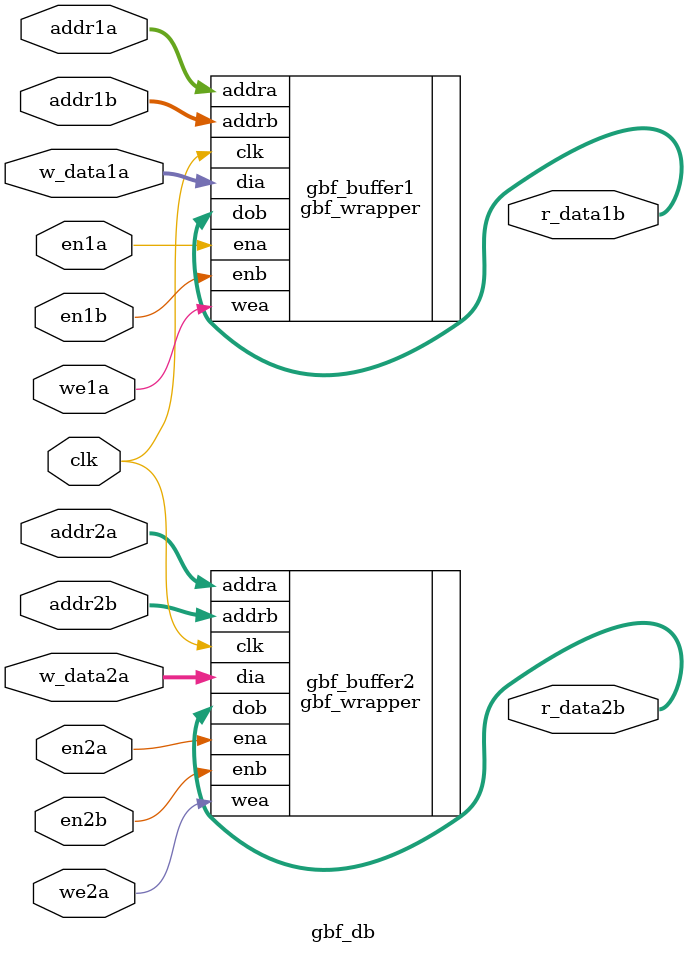
<source format=v>


module gbf_db #(parameter DATA_BITWIDTH = 512,
                parameter ADDR_BITWIDTH = 5,
                parameter DEPTH = 32)
              ( input clk, en1a, en1b, we1a, en2a, en2b, we2a,
                input [ADDR_BITWIDTH-1 : 0] addr1a, addr1b, addr2a, addr2b,
                input [DATA_BITWIDTH-1 : 0] w_data1a, w_data2a, 
                output reg [DATA_BITWIDTH-1 : 0] r_data1b, r_data2b
    );

    gbf_wrapper #(.DATA_BITWIDTH(DATA_BITWIDTH), .ADDR_BITWIDTH(ADDR_BITWIDTH), .DEPTH(DEPTH)) gbf_buffer1(.clk(clk), .ena(en1a),
    .enb(en1b), .wea(we1a), .addra(addr1a), .addrb(addr1b), .dia(w_data1a), .dob(r_data1b));

    gbf_wrapper #(.DATA_BITWIDTH(DATA_BITWIDTH), .ADDR_BITWIDTH(ADDR_BITWIDTH), .DEPTH(DEPTH)) gbf_buffer2(.clk(clk), .ena(en2a),
    .enb(en2b), .wea(we2a), .addra(addr2a), .addrb(addr2b), .dia(w_data2a), .dob(r_data2b));


endmodule
</source>
